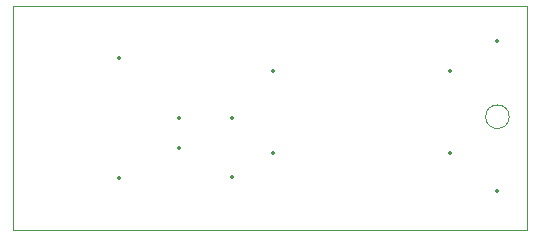
<source format=gm1>
%TF.GenerationSoftware,KiCad,Pcbnew,8.0.8*%
%TF.CreationDate,2025-01-20T02:54:04+01:00*%
%TF.ProjectId,EFHW unun,45464857-2075-46e7-956e-2e6b69636164,rev?*%
%TF.SameCoordinates,Original*%
%TF.FileFunction,Profile,NP*%
%FSLAX46Y46*%
G04 Gerber Fmt 4.6, Leading zero omitted, Abs format (unit mm)*
G04 Created by KiCad (PCBNEW 8.0.8) date 2025-01-20 02:54:04*
%MOMM*%
%LPD*%
G01*
G04 APERTURE LIST*
%TA.AperFunction,Profile*%
%ADD10C,0.050000*%
%TD*%
%ADD11C,0.350000*%
G04 APERTURE END LIST*
D10*
X176500000Y-101500000D02*
X133000000Y-101500000D01*
X176500000Y-82500000D02*
X133000000Y-82500000D01*
X175000000Y-91900000D02*
G75*
G02*
X173000000Y-91900000I-1000000J0D01*
G01*
X173000000Y-91900000D02*
G75*
G02*
X175000000Y-91900000I1000000J0D01*
G01*
X133000000Y-82500000D02*
X133000000Y-101500000D01*
X176500000Y-82500000D02*
X176500000Y-101500000D01*
D11*
X155000000Y-95000000D03*
X170000000Y-95000000D03*
X155000000Y-88000000D03*
X170000000Y-88000000D03*
X151500000Y-92000000D03*
X151500000Y-97000000D03*
X174000000Y-98200000D03*
X174000000Y-85500000D03*
X147080000Y-92000000D03*
X142000000Y-97080000D03*
X147080000Y-94540000D03*
X142000000Y-86920000D03*
M02*

</source>
